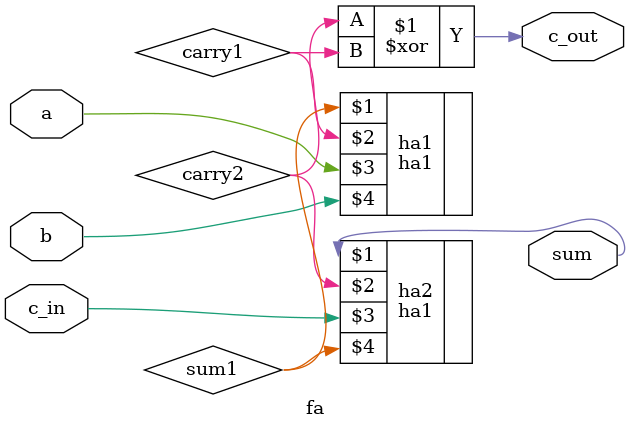
<source format=v>
module fa(output wire sum, output wire c_out, input wire a, input wire b, input wire c_in);
    wire sum1, carry1;
    wire carry2;
    ha1 ha1(sum1, carry1, a, b);
    ha1 ha2(sum, carry2, c_in, sum1);
    assign c_out = carry2 ^ carry1;
endmodule
</source>
